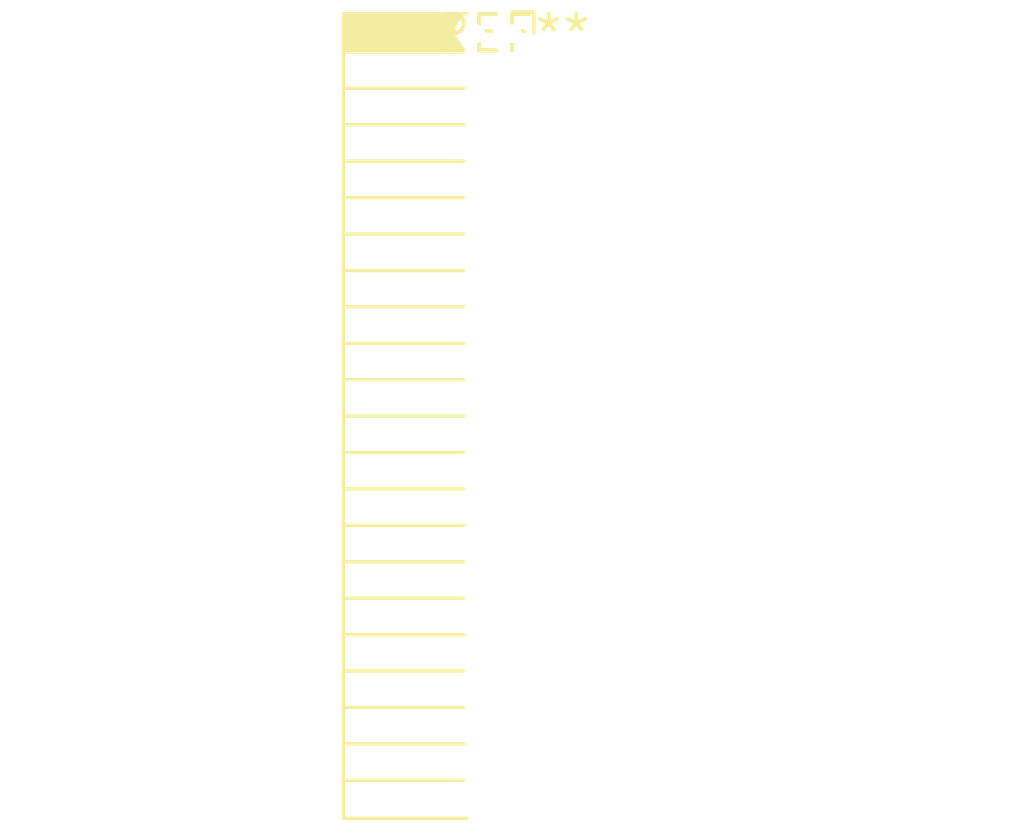
<source format=kicad_pcb>
(kicad_pcb (version 20240108) (generator pcbnew)
  (layers (0 "F.Cu" signal) (31 "B.Cu" signal) (34 "B.Paste" user) (35 "F.Paste" user) (36 "B.SilkS" user "B.Silkscreen") (37 "F.SilkS" user "F.Silkscreen") (38 "B.Mask" user) (39 "F.Mask" user) (44 "Edge.Cuts" user))
  (net 0 "")
  (footprint "PinSocket_2x22_P1.27mm_Horizontal" (layer "F.Cu") (at 0 0)
    (property "Reference" "REF**")
    (property "Value" "PinSocket_2x22_P1.27mm_Horizontal")
    (fp_line (start -5.88 -0.695) (end -5.88 27.365) (layer "F.SilkS") (stroke (width 0.12)))
    (fp_line (start -5.88 -0.695) (end -1.57753 -0.695) (layer "F.SilkS") (stroke (width 0.12)))
    (fp_line (start -5.88 -0.575) (end -1.766966 -0.575) (layer "F.SilkS") (stroke (width 0.12)))
    (fp_line (start -5.88 -0.465) (end -1.871145 -0.465) (layer "F.SilkS") (stroke (width 0.12)))
    (fp_line (start -5.88 -0.355) (end -1.941993 -0.355) (layer "F.SilkS") (stroke (width 0.12)))
    (fp_line (start -5.88 -0.245) (end -1.989427 -0.245) (layer "F.SilkS") (stroke (width 0.12)))
    (fp_line (start -5.88 -0.135) (end -2.017914 -0.135) (layer "F.SilkS") (stroke (width 0.12)))
    (fp_line (start -5.88 -0.025) (end -2.029589 -0.025) (layer "F.SilkS") (stroke (width 0.12)))
    (fp_line (start -5.88 0.085) (end -2.025232 0.085) (layer "F.SilkS") (stroke (width 0.12)))
    (fp_line (start -5.88 0.195) (end -2.004558 0.195) (layer "F.SilkS") (stroke (width 0.12)))
    (fp_line (start -5.88 0.305) (end -1.966114 0.305) (layer "F.SilkS") (stroke (width 0.12)))
    (fp_line (start -5.88 0.415) (end -1.906691 0.415) (layer "F.SilkS") (stroke (width 0.12)))
    (fp_line (start -5.88 0.525) (end -1.819523 0.525) (layer "F.SilkS") (stroke (width 0.12)))
    (fp_line (start -5.88 0.635) (end -1.687582 0.635) (layer "F.SilkS") (stroke (width 0.12)))
    (fp_line (start -5.88 1.905) (end -1.687582 1.905) (layer "F.SilkS") (stroke (width 0.12)))
    (fp_line (start -5.88 3.175) (end -1.687582 3.175) (layer "F.SilkS") (stroke (width 0.12)))
    (fp_line (start -5.88 4.445) (end -1.687582 4.445) (layer "F.SilkS") (stroke (width 0.12)))
    (fp_line (start -5.88 5.715) (end -1.687582 5.715) (layer "F.SilkS") (stroke (width 0.12)))
    (fp_line (start -5.88 6.985) (end -1.687582 6.985) (layer "F.SilkS") (stroke (width 0.12)))
    (fp_line (start -5.88 8.255) (end -1.687582 8.255) (layer "F.SilkS") (stroke (width 0.12)))
    (fp_line (start -5.88 9.525) (end -1.687582 9.525) (layer "F.SilkS") (stroke (width 0.12)))
    (fp_line (start -5.88 10.795) (end -1.687582 10.795) (layer "F.SilkS") (stroke (width 0.12)))
    (fp_line (start -5.88 12.065) (end -1.687582 12.065) (layer "F.SilkS") (stroke (width 0.12)))
    (fp_line (start -5.88 13.335) (end -1.687582 13.335) (layer "F.SilkS") (stroke (width 0.12)))
    (fp_line (start -5.88 14.605) (end -1.687582 14.605) (layer "F.SilkS") (stroke (width 0.12)))
    (fp_line (start -5.88 15.875) (end -1.687582 15.875) (layer "F.SilkS") (stroke (width 0.12)))
    (fp_line (start -5.88 17.145) (end -1.687582 17.145) (layer "F.SilkS") (stroke (width 0.12)))
    (fp_line (start -5.88 18.415) (end -1.687582 18.415) (layer "F.SilkS") (stroke (width 0.12)))
    (fp_line (start -5.88 19.685) (end -1.687582 19.685) (layer "F.SilkS") (stroke (width 0.12)))
    (fp_line (start -5.88 20.955) (end -1.687582 20.955) (layer "F.SilkS") (stroke (width 0.12)))
    (fp_line (start -5.88 22.225) (end -1.687582 22.225) (layer "F.SilkS") (stroke (width 0.12)))
    (fp_line (start -5.88 23.495) (end -1.687582 23.495) (layer "F.SilkS") (stroke (width 0.12)))
    (fp_line (start -5.88 24.765) (end -1.687582 24.765) (layer "F.SilkS") (stroke (width 0.12)))
    (fp_line (start -5.88 26.035) (end -1.687582 26.035) (layer "F.SilkS") (stroke (width 0.12)))
    (fp_line (start -5.88 27.365) (end -1.57753 27.365) (layer "F.SilkS") (stroke (width 0.12)))
    (fp_line (start 0 -0.76) (end 0.76 -0.76) (layer "F.SilkS") (stroke (width 0.12)))
    (fp_line (start 0.76 -0.76) (end 0.76 0) (layer "F.SilkS") (stroke (width 0.12)))
    (pad "1" thru_hole rect (at 0 0) (size 1 1) (drill 0.65) (layers *.Cu *.Mask) (remove_unused_layers))
    (pad "2" thru_hole oval (at -1.27 0) (size 1 1) (drill 0.65) (layers *.Cu *.Mask) (remove_unused_layers))
    (pad "3" thru_hole oval (at 0 1.27) (size 1 1) (drill 0.65) (layers *.Cu *.Mask) (remove_unused_layers))
    (pad "4" thru_hole oval (at -1.27 1.27) (size 1 1) (drill 0.65) (layers *.Cu *.Mask) (remove_unused_layers))
    (pad "5" thru_hole oval (at 0 2.54) (size 1 1) (drill 0.65) (layers *.Cu *.Mask) (remove_unused_layers))
    (pad "6" thru_hole oval (at -1.27 2.54) (size 1 1) (drill 0.65) (layers *.Cu *.Mask) (remove_unused_layers))
    (pad "7" thru_hole oval (at 0 3.81) (size 1 1) (drill 0.65) (layers *.Cu *.Mask) (remove_unused_layers))
    (pad "8" thru_hole oval (at -1.27 3.81) (size 1 1) (drill 0.65) (layers *.Cu *.Mask) (remove_unused_layers))
    (pad "9" thru_hole oval (at 0 5.08) (size 1 1) (drill 0.65) (layers *.Cu *.Mask) (remove_unused_layers))
    (pad "10" thru_hole oval (at -1.27 5.08) (size 1 1) (drill 0.65) (layers *.Cu *.Mask) (remove_unused_layers))
    (pad "11" thru_hole oval (at 0 6.35) (size 1 1) (drill 0.65) (layers *.Cu *.Mask) (remove_unused_layers))
    (pad "12" thru_hole oval (at -1.27 6.35) (size 1 1) (drill 0.65) (layers *.Cu *.Mask) (remove_unused_layers))
    (pad "13" thru_hole oval (at 0 7.62) (size 1 1) (drill 0.65) (layers *.Cu *.Mask) (remove_unused_layers))
    (pad "14" thru_hole oval (at -1.27 7.62) (size 1 1) (drill 0.65) (layers *.Cu *.Mask) (remove_unused_layers))
    (pad "15" thru_hole oval (at 0 8.89) (size 1 1) (drill 0.65) (layers *.Cu *.Mask) (remove_unused_layers))
    (pad "16" thru_hole oval (at -1.27 8.89) (size 1 1) (drill 0.65) (layers *.Cu *.Mask) (remove_unused_layers))
    (pad "17" thru_hole oval (at 0 10.16) (size 1 1) (drill 0.65) (layers *.Cu *.Mask) (remove_unused_layers))
    (pad "18" thru_hole oval (at -1.27 10.16) (size 1 1) (drill 0.65) (layers *.Cu *.Mask) (remove_unused_layers))
    (pad "19" thru_hole oval (at 0 11.43) (size 1 1) (drill 0.65) (layers *.Cu *.Mask) (remove_unused_layers))
    (pad "20" thru_hole oval (at -1.27 11.43) (size 1 1) (drill 0.65) (layers *.Cu *.Mask) (remove_unused_layers))
    (pad "21" thru_hole oval (at 0 12.7) (size 1 1) (drill 0.65) (layers *.Cu *.Mask) (remove_unused_layers))
    (pad "22" thru_hole oval (at -1.27 12.7) (size 1 1) (drill 0.65) (layers *.Cu *.Mask) (remove_unused_layers))
    (pad "23" thru_hole oval (at 0 13.97) (size 1 1) (drill 0.65) (layers *.Cu *.Mask) (remove_unused_layers))
    (pad "24" thru_hole oval (at -1.27 13.97) (size 1 1) (drill 0.65) (layers *.Cu *.Mask) (remove_unused_layers))
    (pad "25" thru_hole oval (at 0 15.24) (size 1 1) (drill 0.65) (layers *.Cu *.Mask) (remove_unused_layers))
    (pad "26" thru_hole oval (at -1.27 15.24) (size 1 1) (drill 0.65) (layers *.Cu *.Mask) (remove_unused_layers))
    (pad "27" thru_hole oval (at 0 16.51) (size 1 1) (drill 0.65) (layers *.Cu *.Mask) (remove_unused_layers))
    (pad "28" thru_hole oval (at -1.27 16.51) (size 1 1) (drill 0.65) (layers *.Cu *.Mask) (remove_unused_layers))
    (pad "29" thru_hole oval (at 0 17.78) (size 1 1) (drill 0.65) (layers *.Cu *.Mask) (remove_unused_layers))
    (pad "30" thru_hole oval (at -1.27 17.78) (size 1 1) (drill 0.65) (layers *.Cu *.Mask) (remove_unused_layers))
    (pad "31" thru_hole oval (at 0 19.05) (size 1 1) (drill 0.65) (layers *.Cu *.Mask) (remove_unused_layers))
    (pad "32" thru_hole oval (at -1.27 19.05) (size 1 1) (drill 0.65) (layers *.Cu *.Mask) (remove_unused_layers))
    (pad "33" thru_hole oval (at 0 20.32) (size 1 1) (drill 0.65) (layers *.Cu *.Mask) (remove_unused_layers))
    (pad "34" thru_hole oval (at -1.27 20.32) (size 1 1) (drill 0.65) (layers *.Cu *.Mask) (remove_unused_layers))
    (pad "35" thru_hole oval (at 0 21.59) (size 1 1) (drill 0.65) (layers *.Cu *.Mask) (remove_unused_layers))
    (pad "36" thru_hole oval (at -1.27 21.59) (size 1 1) (drill 0.65) (layers *.Cu *.Mask) (remove_unused_layers))
    (pad "37" thru_hole oval (at 0 22.86) (size 1 1) (drill 0.65) (layers *.Cu *.Mask) (remove_unused_layers))
    (pad "38" thru_hole oval (at -1.27 22.86) (size 1 1) (drill 0.65) (layers *.Cu *.Mask) (remove_unused_layers))
    (pad "39" thru_hole oval (at 0 24.13) (size 1 1) (drill 0.65) (layers *.Cu *.Mask) (remove_unused_layers))
    (pad "40" thru_hole oval (at -1.27 24.13) (size 1 1) (drill 0.65) (layers *.Cu *.Mask) (remove_unused_layers))
    (pad "41" thru_hole oval (at 0 25.4) (size 1 1) (drill 0.65) (layers *.Cu *.Mask) (remove_unused_layers))
    (pad "42" thru_hole oval (at -1.27 25.4) (size 1 1) (drill 0.65) (layers *.Cu *.Mask) (remove_unused_layers))
    (pad "43" thru_hole oval (at 0 26.67) (size 1 1) (drill 0.65) (layers *.Cu *.Mask) (remove_unused_layers))
    (pad "44" thru_hole oval (at -1.27 26.67) (size 1 1) (drill 0.65) (layers *.Cu *.Mask) (remove_unused_layers))
  )
)
</source>
